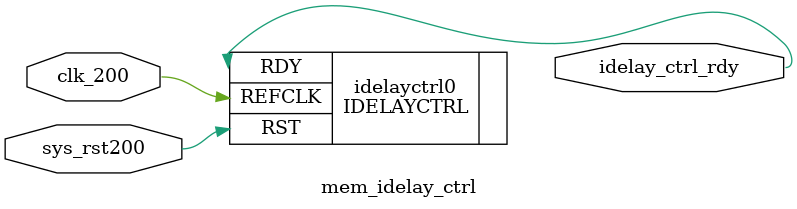
<source format=v>

`timescale 1ns/1ps

module mem_idelay_ctrl (
   input                  clk_200,
   input                  sys_rst200,
   output                 idelay_ctrl_rdy
                    );

IDELAYCTRL idelayctrl0 (
                        .RDY(idelay_ctrl_rdy),
                        .REFCLK(clk_200),
                        .RST(sys_rst200)
                        );


endmodule

</source>
